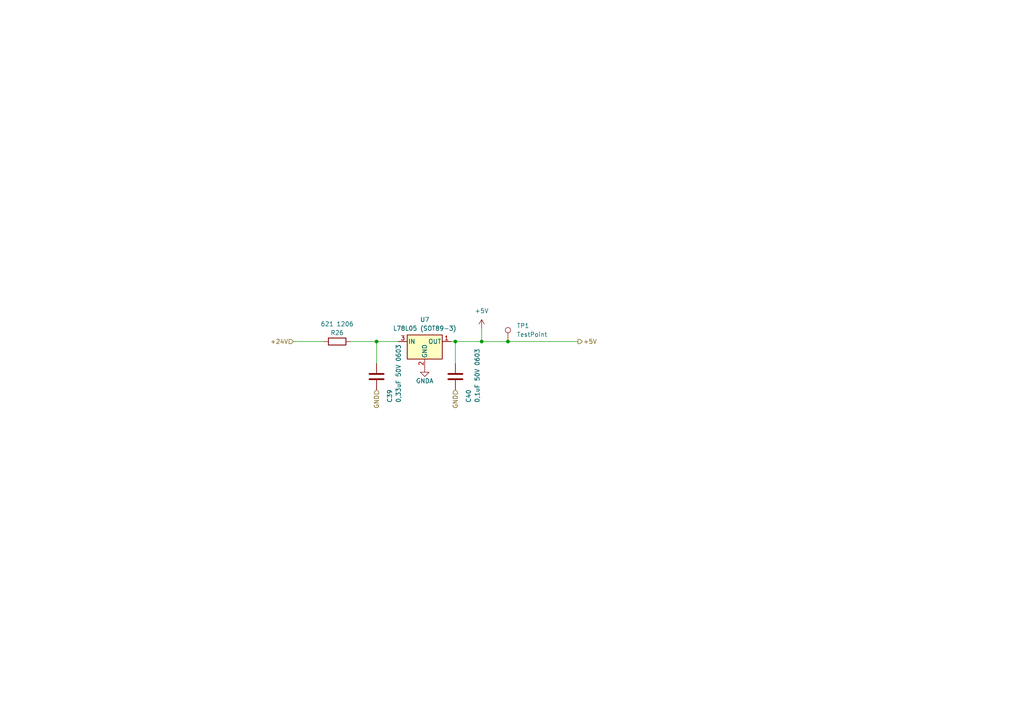
<source format=kicad_sch>
(kicad_sch (version 20230121) (generator eeschema)
  (paper "A4")
  (lib_symbols
    (symbol "Connector:TestPoint" (pin_numbers hide) (pin_names (offset 0.762) hide)
      (property "Reference" "TP" (at 0 6.858 0))
      (property "Value" "TestPoint" (at 0 5.08 0))
      (symbol "TestPoint_0_1"
        (circle (center 0 3.302) (radius 0.762))
      )
      (symbol "TestPoint_1_1"
        (pin passive line (at 0 0 90) (length 2.54) (name "1") (number "1"))
      )
    )
    (symbol "Device:C" (pin_numbers hide) (pin_names (offset 0.254))
      (property "Reference" "C" (at 0.635 2.54 0))
      (property "Value" "C" (at 0.635 -2.54 0))
      (symbol "C_0_1"
        (polyline (pts (xy -2.032 -0.762) (xy 2.032 -0.762)) (stroke (width 0.508)))
        (polyline (pts (xy -2.032 0.762) (xy 2.032 0.762)) (stroke (width 0.508)))
      )
      (symbol "C_1_1"
        (pin passive line (at 0 3.81 270) (length 2.794) (name "~") (number "1"))
        (pin passive line (at 0 -3.81 90) (length 2.794) (name "~") (number "2"))
      )
    )
    (symbol "Device:R" (pin_numbers hide) (pin_names (offset 0))
      (property "Reference" "R" (at 2.032 0 90))
      (property "Value" "R" (at 0 0 90))
      (symbol "R_0_1"
        (rectangle (start -1.016 -2.54) (end 1.016 2.54) (stroke (width 0.254)))
      )
      (symbol "R_1_1"
        (pin passive line (at 0 3.81 270) (length 1.27) (name "~") (number "1"))
        (pin passive line (at 0 -3.81 90) (length 1.27) (name "~") (number "2"))
      )
    )
    (symbol "PCM_4ms_Power-symbol:+5V" (power) (pin_numbers hide) (pin_names (offset 0) hide)
      (property "Value" "+5V" (at 0 3.556 0))
      (symbol "+5V_0_1"
        (polyline (pts (xy -0.762 1.27) (xy 0 2.54)))
        (polyline (pts (xy 0 0) (xy 0 2.54)))
        (polyline (pts (xy 0 2.54) (xy 0.762 1.27)))
      )
      (symbol "+5V_1_1"
        (pin power_in line (at 0 0 90) (length 0) hide (name "+5V") (number "1"))
      )
    )
    (symbol "PCM_4ms_Power-symbol:GNDA" (power) (pin_numbers hide) (pin_names (offset 0) hide)
      (property "Value" "GNDA" (at 0 -3.81 0))
      (symbol "GNDA_0_1"
        (polyline (pts (xy 0 0) (xy 0 -1.27) (xy 1.27 -1.27) (xy 0 -2.54) (xy -1.27 -1.27) (xy 0 -1.27)))
      )
      (symbol "GNDA_1_1"
        (pin power_in line (at 0 0 270) (length 0) hide (name "GNDA") (number "1"))
      )
    )
    (symbol "Regulator_Linear:L78L05_SOT89" (pin_names (offset 0.254))
      (property "Reference" "U" (at -3.81 3.175 0))
      (property "Value" "L78L05_SOT89" (at -0.635 3.175 0))
      (symbol "L78L05_SOT89_0_1"
        (rectangle (start -5.08 1.905) (end 5.08 -5.08) (stroke (width 0.254)) (fill (type background)))
      )
      (symbol "L78L05_SOT89_1_1"
        (pin power_out line (at 7.62 0 180) (length 2.54) (name "OUT") (number "1"))
        (pin power_in line (at 0 -7.62 90) (length 2.54) (name "GND") (number "2"))
        (pin power_in line (at -7.62 0 0) (length 2.54) (name "IN") (number "3"))
      )
    )
  )
  (junction (at 109.22 99.06))
  (junction (at 132.08 99.06))
  (junction (at 147.32 99.06))
  (junction (at 139.7 99.06))
  (wire (pts (xy 147.32 99.06) (xy 167.64 99.06)))
  (wire (pts (xy 109.22 99.06) (xy 109.22 105.41)))
  (wire (pts (xy 85.09 99.06) (xy 93.98 99.06)))
  (wire (pts (xy 115.57 99.06) (xy 109.22 99.06)))
  (wire (pts (xy 132.08 105.41) (xy 132.08 99.06)))
  (wire (pts (xy 132.08 99.06) (xy 139.7 99.06)))
  (wire (pts (xy 130.81 99.06) (xy 132.08 99.06)))
  (wire (pts (xy 139.7 99.06) (xy 147.32 99.06)))
  (wire (pts (xy 109.22 99.06) (xy 101.6 99.06)))
  (wire (pts (xy 139.7 99.06) (xy 139.7 95.25)))
  (hierarchical_label "GND" (shape input) (at 109.22 113.03 270))
  (hierarchical_label "+24V" (shape input) (at 85.09 99.06 180))
  (hierarchical_label "GND" (shape input) (at 132.08 113.03 270))
  (hierarchical_label "+5V" (shape output) (at 167.64 99.06 0))
  (symbol (lib_id "Device:R") (at 97.79 99.06 270) (unit 1)
    (property "Reference" "R26" (at 97.79 96.52 90))
    (property "Value" "621 1206" (at 97.79 93.98 90))
    (property "Footprint" "PCM_Resistor_SMD_AKL:R_1206_3216Metric_Pad1.42x1.75mm_HandSolder" (effects hide))
    (instances (project "Плата насосов" (path "" (reference "R26") (unit 1)) (path "" (reference "R34") (unit 1))))
  )
  (symbol (lib_id "Regulator_Linear:L78L05_SOT89") (at 123.19 99.06 0) (unit 1)
    (property "Reference" "U7" (at 123.19 92.71 0))
    (property "Value" "L78L05 (SOT89-3)" (at 123.19 95.25 0))
    (property "Footprint" "Package_TO_SOT_SMD:SOT-89-3" (effects hide))
    (property "Datasheet" "http://www.st.com/content/ccc/resource/technical/document/datasheet/15/55/e5/aa/23/5b/43/fd/CD00000446.pdf/files/CD00000446.pdf/jcr:content/translations/en.CD00000446.pdf" (effects hide))
  )
  (symbol (lib_id "Connector:TestPoint") (at 147.32 99.06 0) (unit 1)
    (property "Reference" "TP1" (at 149.86 94.488 0) (effects (justify left)))
    (property "Value" "TestPoint" (at 149.86 97.028 0) (effects (justify left)))
    (property "Footprint" "PCM_4ms_TestPoint:TestPoint_D1" (effects hide))
  )
  (symbol (lib_id "Device:C") (at 109.22 109.22 0) (unit 1)
    (property "Reference" "C39" (at 113.03 116.84 90) (effects (justify left)))
    (property "Value" "0,33uF 50V 0603" (at 115.57 116.84 90) (effects (justify left)))
    (property "Footprint" "Capacitor_SMD:C_0603_1608Metric_Pad1.08x0.95mm_HandSolder" (effects hide))
  )
  (symbol (lib_id "PCM_4ms_Power-symbol:GNDA") (at 123.19 106.68 0) (unit 1)
    (property "Reference" "#PWR050" (effects hide))
    (property "Value" "GNDA" (at 123.19 110.49 0))
    (instances (project "Плата насосов" (path "" (reference "#PWR050") (unit 1))) (project "Плата фото светодиоды" (path "" (reference "#PWR03") (unit 1))))
  )
  (symbol (lib_id "Device:C") (at 132.08 109.22 0) (unit 1)
    (property "Reference" "C40" (at 135.89 116.84 90) (effects (justify left)))
    (property "Value" "0,1uF 50V 0603" (at 138.43 116.84 90) (effects (justify left)))
    (property "Footprint" "Capacitor_SMD:C_0603_1608Metric_Pad1.08x0.95mm_HandSolder" (effects hide))
  )
  (symbol (lib_id "PCM_4ms_Power-symbol:+5V") (at 139.7 95.25 0) (unit 1)
    (property "Reference" "#PWR049" (effects hide))
    (property "Value" "+5V" (at 139.7 90.17 0))
  )
)
</source>
